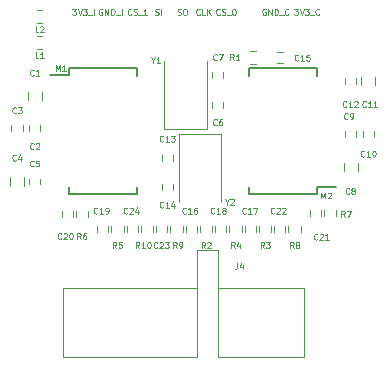
<source format=gto>
G04 #@! TF.GenerationSoftware,KiCad,Pcbnew,(5.1.5)-3*
G04 #@! TF.CreationDate,2020-03-16T23:26:29+11:00*
G04 #@! TF.ProjectId,din_meter_atm90e26,64696e5f-6d65-4746-9572-5f61746d3930,rev?*
G04 #@! TF.SameCoordinates,Original*
G04 #@! TF.FileFunction,Legend,Top*
G04 #@! TF.FilePolarity,Positive*
%FSLAX46Y46*%
G04 Gerber Fmt 4.6, Leading zero omitted, Abs format (unit mm)*
G04 Created by KiCad (PCBNEW (5.1.5)-3) date 2020-03-16 23:26:29*
%MOMM*%
%LPD*%
G04 APERTURE LIST*
%ADD10C,0.100000*%
%ADD11C,0.150000*%
%ADD12C,0.120000*%
%ADD13C,0.125000*%
G04 APERTURE END LIST*
D10*
X135596428Y-59289190D02*
X135905952Y-59289190D01*
X135739285Y-59479666D01*
X135810714Y-59479666D01*
X135858333Y-59503476D01*
X135882142Y-59527285D01*
X135905952Y-59574904D01*
X135905952Y-59693952D01*
X135882142Y-59741571D01*
X135858333Y-59765380D01*
X135810714Y-59789190D01*
X135667857Y-59789190D01*
X135620238Y-59765380D01*
X135596428Y-59741571D01*
X136048809Y-59289190D02*
X136215476Y-59789190D01*
X136382142Y-59289190D01*
X136501190Y-59289190D02*
X136810714Y-59289190D01*
X136644047Y-59479666D01*
X136715476Y-59479666D01*
X136763095Y-59503476D01*
X136786904Y-59527285D01*
X136810714Y-59574904D01*
X136810714Y-59693952D01*
X136786904Y-59741571D01*
X136763095Y-59765380D01*
X136715476Y-59789190D01*
X136572619Y-59789190D01*
X136525000Y-59765380D01*
X136501190Y-59741571D01*
X136905952Y-59836809D02*
X137286904Y-59836809D01*
X137405952Y-59789190D02*
X137405952Y-59289190D01*
X138120523Y-59313000D02*
X138072904Y-59289190D01*
X138001476Y-59289190D01*
X137930047Y-59313000D01*
X137882428Y-59360619D01*
X137858619Y-59408238D01*
X137834809Y-59503476D01*
X137834809Y-59574904D01*
X137858619Y-59670142D01*
X137882428Y-59717761D01*
X137930047Y-59765380D01*
X138001476Y-59789190D01*
X138049095Y-59789190D01*
X138120523Y-59765380D01*
X138144333Y-59741571D01*
X138144333Y-59574904D01*
X138049095Y-59574904D01*
X138358619Y-59789190D02*
X138358619Y-59289190D01*
X138644333Y-59789190D01*
X138644333Y-59289190D01*
X138882428Y-59789190D02*
X138882428Y-59289190D01*
X139001476Y-59289190D01*
X139072904Y-59313000D01*
X139120523Y-59360619D01*
X139144333Y-59408238D01*
X139168142Y-59503476D01*
X139168142Y-59574904D01*
X139144333Y-59670142D01*
X139120523Y-59717761D01*
X139072904Y-59765380D01*
X139001476Y-59789190D01*
X138882428Y-59789190D01*
X139263380Y-59836809D02*
X139644333Y-59836809D01*
X139763380Y-59789190D02*
X139763380Y-59289190D01*
X140585095Y-59741571D02*
X140561285Y-59765380D01*
X140489857Y-59789190D01*
X140442238Y-59789190D01*
X140370809Y-59765380D01*
X140323190Y-59717761D01*
X140299380Y-59670142D01*
X140275571Y-59574904D01*
X140275571Y-59503476D01*
X140299380Y-59408238D01*
X140323190Y-59360619D01*
X140370809Y-59313000D01*
X140442238Y-59289190D01*
X140489857Y-59289190D01*
X140561285Y-59313000D01*
X140585095Y-59336809D01*
X140775571Y-59765380D02*
X140847000Y-59789190D01*
X140966047Y-59789190D01*
X141013666Y-59765380D01*
X141037476Y-59741571D01*
X141061285Y-59693952D01*
X141061285Y-59646333D01*
X141037476Y-59598714D01*
X141013666Y-59574904D01*
X140966047Y-59551095D01*
X140870809Y-59527285D01*
X140823190Y-59503476D01*
X140799380Y-59479666D01*
X140775571Y-59432047D01*
X140775571Y-59384428D01*
X140799380Y-59336809D01*
X140823190Y-59313000D01*
X140870809Y-59289190D01*
X140989857Y-59289190D01*
X141061285Y-59313000D01*
X141156523Y-59836809D02*
X141537476Y-59836809D01*
X141918428Y-59789190D02*
X141632714Y-59789190D01*
X141775571Y-59789190D02*
X141775571Y-59289190D01*
X141727952Y-59360619D01*
X141680333Y-59408238D01*
X141632714Y-59432047D01*
X142613095Y-59765380D02*
X142684523Y-59789190D01*
X142803571Y-59789190D01*
X142851190Y-59765380D01*
X142875000Y-59741571D01*
X142898809Y-59693952D01*
X142898809Y-59646333D01*
X142875000Y-59598714D01*
X142851190Y-59574904D01*
X142803571Y-59551095D01*
X142708333Y-59527285D01*
X142660714Y-59503476D01*
X142636904Y-59479666D01*
X142613095Y-59432047D01*
X142613095Y-59384428D01*
X142636904Y-59336809D01*
X142660714Y-59313000D01*
X142708333Y-59289190D01*
X142827380Y-59289190D01*
X142898809Y-59313000D01*
X143113095Y-59789190D02*
X143113095Y-59289190D01*
X144502238Y-59765380D02*
X144573666Y-59789190D01*
X144692714Y-59789190D01*
X144740333Y-59765380D01*
X144764142Y-59741571D01*
X144787952Y-59693952D01*
X144787952Y-59646333D01*
X144764142Y-59598714D01*
X144740333Y-59574904D01*
X144692714Y-59551095D01*
X144597476Y-59527285D01*
X144549857Y-59503476D01*
X144526047Y-59479666D01*
X144502238Y-59432047D01*
X144502238Y-59384428D01*
X144526047Y-59336809D01*
X144549857Y-59313000D01*
X144597476Y-59289190D01*
X144716523Y-59289190D01*
X144787952Y-59313000D01*
X145097476Y-59289190D02*
X145192714Y-59289190D01*
X145240333Y-59313000D01*
X145287952Y-59360619D01*
X145311761Y-59455857D01*
X145311761Y-59622523D01*
X145287952Y-59717761D01*
X145240333Y-59765380D01*
X145192714Y-59789190D01*
X145097476Y-59789190D01*
X145049857Y-59765380D01*
X145002238Y-59717761D01*
X144978428Y-59622523D01*
X144978428Y-59455857D01*
X145002238Y-59360619D01*
X145049857Y-59313000D01*
X145097476Y-59289190D01*
X146387380Y-59741571D02*
X146363571Y-59765380D01*
X146292142Y-59789190D01*
X146244523Y-59789190D01*
X146173095Y-59765380D01*
X146125476Y-59717761D01*
X146101666Y-59670142D01*
X146077857Y-59574904D01*
X146077857Y-59503476D01*
X146101666Y-59408238D01*
X146125476Y-59360619D01*
X146173095Y-59313000D01*
X146244523Y-59289190D01*
X146292142Y-59289190D01*
X146363571Y-59313000D01*
X146387380Y-59336809D01*
X146839761Y-59789190D02*
X146601666Y-59789190D01*
X146601666Y-59289190D01*
X147006428Y-59789190D02*
X147006428Y-59289190D01*
X147292142Y-59789190D02*
X147077857Y-59503476D01*
X147292142Y-59289190D02*
X147006428Y-59574904D01*
X148078095Y-59741571D02*
X148054285Y-59765380D01*
X147982857Y-59789190D01*
X147935238Y-59789190D01*
X147863809Y-59765380D01*
X147816190Y-59717761D01*
X147792380Y-59670142D01*
X147768571Y-59574904D01*
X147768571Y-59503476D01*
X147792380Y-59408238D01*
X147816190Y-59360619D01*
X147863809Y-59313000D01*
X147935238Y-59289190D01*
X147982857Y-59289190D01*
X148054285Y-59313000D01*
X148078095Y-59336809D01*
X148268571Y-59765380D02*
X148340000Y-59789190D01*
X148459047Y-59789190D01*
X148506666Y-59765380D01*
X148530476Y-59741571D01*
X148554285Y-59693952D01*
X148554285Y-59646333D01*
X148530476Y-59598714D01*
X148506666Y-59574904D01*
X148459047Y-59551095D01*
X148363809Y-59527285D01*
X148316190Y-59503476D01*
X148292380Y-59479666D01*
X148268571Y-59432047D01*
X148268571Y-59384428D01*
X148292380Y-59336809D01*
X148316190Y-59313000D01*
X148363809Y-59289190D01*
X148482857Y-59289190D01*
X148554285Y-59313000D01*
X148649523Y-59836809D02*
X149030476Y-59836809D01*
X149244761Y-59289190D02*
X149292380Y-59289190D01*
X149340000Y-59313000D01*
X149363809Y-59336809D01*
X149387619Y-59384428D01*
X149411428Y-59479666D01*
X149411428Y-59598714D01*
X149387619Y-59693952D01*
X149363809Y-59741571D01*
X149340000Y-59765380D01*
X149292380Y-59789190D01*
X149244761Y-59789190D01*
X149197142Y-59765380D01*
X149173333Y-59741571D01*
X149149523Y-59693952D01*
X149125714Y-59598714D01*
X149125714Y-59479666D01*
X149149523Y-59384428D01*
X149173333Y-59336809D01*
X149197142Y-59313000D01*
X149244761Y-59289190D01*
X151959571Y-59313000D02*
X151911952Y-59289190D01*
X151840523Y-59289190D01*
X151769095Y-59313000D01*
X151721476Y-59360619D01*
X151697666Y-59408238D01*
X151673857Y-59503476D01*
X151673857Y-59574904D01*
X151697666Y-59670142D01*
X151721476Y-59717761D01*
X151769095Y-59765380D01*
X151840523Y-59789190D01*
X151888142Y-59789190D01*
X151959571Y-59765380D01*
X151983380Y-59741571D01*
X151983380Y-59574904D01*
X151888142Y-59574904D01*
X152197666Y-59789190D02*
X152197666Y-59289190D01*
X152483380Y-59789190D01*
X152483380Y-59289190D01*
X152721476Y-59789190D02*
X152721476Y-59289190D01*
X152840523Y-59289190D01*
X152911952Y-59313000D01*
X152959571Y-59360619D01*
X152983380Y-59408238D01*
X153007190Y-59503476D01*
X153007190Y-59574904D01*
X152983380Y-59670142D01*
X152959571Y-59717761D01*
X152911952Y-59765380D01*
X152840523Y-59789190D01*
X152721476Y-59789190D01*
X153102428Y-59836809D02*
X153483380Y-59836809D01*
X153888142Y-59741571D02*
X153864333Y-59765380D01*
X153792904Y-59789190D01*
X153745285Y-59789190D01*
X153673857Y-59765380D01*
X153626238Y-59717761D01*
X153602428Y-59670142D01*
X153578619Y-59574904D01*
X153578619Y-59503476D01*
X153602428Y-59408238D01*
X153626238Y-59360619D01*
X153673857Y-59313000D01*
X153745285Y-59289190D01*
X153792904Y-59289190D01*
X153864333Y-59313000D01*
X153888142Y-59336809D01*
X154388476Y-59289190D02*
X154698000Y-59289190D01*
X154531333Y-59479666D01*
X154602761Y-59479666D01*
X154650380Y-59503476D01*
X154674190Y-59527285D01*
X154698000Y-59574904D01*
X154698000Y-59693952D01*
X154674190Y-59741571D01*
X154650380Y-59765380D01*
X154602761Y-59789190D01*
X154459904Y-59789190D01*
X154412285Y-59765380D01*
X154388476Y-59741571D01*
X154840857Y-59289190D02*
X155007523Y-59789190D01*
X155174190Y-59289190D01*
X155293238Y-59289190D02*
X155602761Y-59289190D01*
X155436095Y-59479666D01*
X155507523Y-59479666D01*
X155555142Y-59503476D01*
X155578952Y-59527285D01*
X155602761Y-59574904D01*
X155602761Y-59693952D01*
X155578952Y-59741571D01*
X155555142Y-59765380D01*
X155507523Y-59789190D01*
X155364666Y-59789190D01*
X155317047Y-59765380D01*
X155293238Y-59741571D01*
X155698000Y-59836809D02*
X156078952Y-59836809D01*
X156483714Y-59741571D02*
X156459904Y-59765380D01*
X156388476Y-59789190D01*
X156340857Y-59789190D01*
X156269428Y-59765380D01*
X156221809Y-59717761D01*
X156198000Y-59670142D01*
X156174190Y-59574904D01*
X156174190Y-59503476D01*
X156198000Y-59408238D01*
X156221809Y-59360619D01*
X156269428Y-59313000D01*
X156340857Y-59289190D01*
X156388476Y-59289190D01*
X156459904Y-59313000D01*
X156483714Y-59336809D01*
D11*
X156285000Y-74400000D02*
X157885000Y-74400000D01*
X156285000Y-64325000D02*
X150535000Y-64325000D01*
X156285000Y-74975000D02*
X150535000Y-74975000D01*
X156285000Y-64325000D02*
X156285000Y-64975000D01*
X150535000Y-64325000D02*
X150535000Y-64975000D01*
X150535000Y-74975000D02*
X150535000Y-74325000D01*
X156285000Y-74975000D02*
X156285000Y-74400000D01*
D12*
X143190000Y-71650000D02*
X143190000Y-72150000D01*
X144130000Y-72150000D02*
X144130000Y-71650000D01*
X132560000Y-60480000D02*
X133060000Y-60480000D01*
X133060000Y-59420000D02*
X132560000Y-59420000D01*
X132560000Y-62680000D02*
X133060000Y-62680000D01*
X133060000Y-61620000D02*
X132560000Y-61620000D01*
X153630000Y-78150000D02*
X153630000Y-77650000D01*
X152690000Y-77650000D02*
X152690000Y-78150000D01*
X155690000Y-76350000D02*
X155690000Y-76850000D01*
X156630000Y-76850000D02*
X156630000Y-76350000D01*
X140190000Y-77650000D02*
X140190000Y-78150000D01*
X141130000Y-78150000D02*
X141130000Y-77650000D01*
X143630000Y-78150000D02*
X143630000Y-77650000D01*
X142690000Y-77650000D02*
X142690000Y-78150000D01*
X154940000Y-78150000D02*
X154940000Y-77650000D01*
X153880000Y-77650000D02*
X153880000Y-78150000D01*
X143880000Y-77650000D02*
X143880000Y-78150000D01*
X144940000Y-78150000D02*
X144940000Y-77650000D01*
X157940000Y-76850000D02*
X157940000Y-76350000D01*
X156880000Y-76350000D02*
X156880000Y-76850000D01*
X141380000Y-77650000D02*
X141380000Y-78150000D01*
X142440000Y-78150000D02*
X142440000Y-77650000D01*
X143360000Y-63700000D02*
X143360000Y-69450000D01*
X143360000Y-69450000D02*
X146960000Y-69450000D01*
X146960000Y-69450000D02*
X146960000Y-63700000D01*
X144610000Y-69850000D02*
X144610000Y-75600000D01*
X148210000Y-69850000D02*
X144610000Y-69850000D01*
X148210000Y-75600000D02*
X148210000Y-69850000D01*
X150190000Y-77650000D02*
X150190000Y-78150000D01*
X151130000Y-78150000D02*
X151130000Y-77650000D01*
X148630000Y-78150000D02*
X148630000Y-77650000D01*
X147690000Y-77650000D02*
X147690000Y-78150000D01*
X137690000Y-77650000D02*
X137690000Y-78150000D01*
X138630000Y-78150000D02*
X138630000Y-77650000D01*
X135680000Y-76900000D02*
X135680000Y-76400000D01*
X134740000Y-76400000D02*
X134740000Y-76900000D01*
X151380000Y-77650000D02*
X151380000Y-78150000D01*
X152440000Y-78150000D02*
X152440000Y-77650000D01*
X148880000Y-77650000D02*
X148880000Y-78150000D01*
X149940000Y-78150000D02*
X149940000Y-77650000D01*
X139940000Y-78150000D02*
X139940000Y-77650000D01*
X138880000Y-77650000D02*
X138880000Y-78150000D01*
X135880000Y-76400000D02*
X135880000Y-76900000D01*
X136940000Y-76900000D02*
X136940000Y-76400000D01*
X152910000Y-63870000D02*
X153410000Y-63870000D01*
X153410000Y-62930000D02*
X152910000Y-62930000D01*
X146130000Y-78150000D02*
X146130000Y-77650000D01*
X145190000Y-77650000D02*
X145190000Y-78150000D01*
X150660000Y-63930000D02*
X151160000Y-63930000D01*
X151160000Y-62870000D02*
X150660000Y-62870000D01*
X146380000Y-77650000D02*
X146380000Y-78150000D01*
X147440000Y-78150000D02*
X147440000Y-77650000D01*
X158690000Y-69650000D02*
X158690000Y-70150000D01*
X159630000Y-70150000D02*
X159630000Y-69650000D01*
X160190000Y-69650000D02*
X160190000Y-70150000D01*
X161130000Y-70150000D02*
X161130000Y-69650000D01*
X159630000Y-65650000D02*
X159630000Y-65150000D01*
X158690000Y-65150000D02*
X158690000Y-65650000D01*
X143190000Y-74150000D02*
X143190000Y-74650000D01*
X144130000Y-74650000D02*
X144130000Y-74150000D01*
X159760000Y-72300000D02*
X159760000Y-73000000D01*
X158560000Y-73000000D02*
X158560000Y-72300000D01*
X160060000Y-65750000D02*
X160060000Y-65050000D01*
X161260000Y-65050000D02*
X161260000Y-65750000D01*
X147440000Y-64650000D02*
X147440000Y-65150000D01*
X148380000Y-65150000D02*
X148380000Y-64650000D01*
X147440000Y-67150000D02*
X147440000Y-67650000D01*
X148380000Y-67650000D02*
X148380000Y-67150000D01*
X131940000Y-73650000D02*
X131940000Y-74150000D01*
X132880000Y-74150000D02*
X132880000Y-73650000D01*
X131380000Y-69650000D02*
X131380000Y-69150000D01*
X130440000Y-69150000D02*
X130440000Y-69650000D01*
X132880000Y-69650000D02*
X132880000Y-69150000D01*
X131940000Y-69150000D02*
X131940000Y-69650000D01*
X130310000Y-74250000D02*
X130310000Y-73550000D01*
X131510000Y-73550000D02*
X131510000Y-74250000D01*
X131810000Y-67000000D02*
X131810000Y-66300000D01*
X133010000Y-66300000D02*
X133010000Y-67000000D01*
X155208000Y-82923000D02*
X155208000Y-88723000D01*
X147908000Y-82923000D02*
X147908000Y-88723000D01*
X147908000Y-88723000D02*
X155208000Y-88723000D01*
X155208000Y-82923000D02*
X147908000Y-82923000D01*
X134808000Y-88723000D02*
X134808000Y-82923000D01*
X146108000Y-88723000D02*
X134808000Y-88723000D01*
X146108000Y-82923000D02*
X146108000Y-88723000D01*
X134808000Y-82923000D02*
X146108000Y-82923000D01*
X147908000Y-79723000D02*
X147908000Y-82923000D01*
X146108000Y-79723000D02*
X147908000Y-79723000D01*
X146108000Y-82923000D02*
X146108000Y-79723000D01*
D11*
X135285000Y-64900000D02*
X133685000Y-64900000D01*
X135285000Y-74975000D02*
X141035000Y-74975000D01*
X135285000Y-64325000D02*
X141035000Y-64325000D01*
X135285000Y-74975000D02*
X135285000Y-74325000D01*
X141035000Y-74975000D02*
X141035000Y-74325000D01*
X141035000Y-64325000D02*
X141035000Y-64975000D01*
X135285000Y-64325000D02*
X135285000Y-64900000D01*
D13*
X156688238Y-75337190D02*
X156688238Y-74837190D01*
X156854904Y-75194333D01*
X157021571Y-74837190D01*
X157021571Y-75337190D01*
X157235857Y-74884809D02*
X157259666Y-74861000D01*
X157307285Y-74837190D01*
X157426333Y-74837190D01*
X157473952Y-74861000D01*
X157497761Y-74884809D01*
X157521571Y-74932428D01*
X157521571Y-74980047D01*
X157497761Y-75051476D01*
X157212047Y-75337190D01*
X157521571Y-75337190D01*
X143302571Y-70471571D02*
X143278761Y-70495380D01*
X143207333Y-70519190D01*
X143159714Y-70519190D01*
X143088285Y-70495380D01*
X143040666Y-70447761D01*
X143016857Y-70400142D01*
X142993047Y-70304904D01*
X142993047Y-70233476D01*
X143016857Y-70138238D01*
X143040666Y-70090619D01*
X143088285Y-70043000D01*
X143159714Y-70019190D01*
X143207333Y-70019190D01*
X143278761Y-70043000D01*
X143302571Y-70066809D01*
X143778761Y-70519190D02*
X143493047Y-70519190D01*
X143635904Y-70519190D02*
X143635904Y-70019190D01*
X143588285Y-70090619D01*
X143540666Y-70138238D01*
X143493047Y-70162047D01*
X143945428Y-70019190D02*
X144254952Y-70019190D01*
X144088285Y-70209666D01*
X144159714Y-70209666D01*
X144207333Y-70233476D01*
X144231142Y-70257285D01*
X144254952Y-70304904D01*
X144254952Y-70423952D01*
X144231142Y-70471571D01*
X144207333Y-70495380D01*
X144159714Y-70519190D01*
X144016857Y-70519190D01*
X143969238Y-70495380D01*
X143945428Y-70471571D01*
X132726666Y-61276190D02*
X132488571Y-61276190D01*
X132488571Y-60776190D01*
X132869523Y-60823809D02*
X132893333Y-60800000D01*
X132940952Y-60776190D01*
X133060000Y-60776190D01*
X133107619Y-60800000D01*
X133131428Y-60823809D01*
X133155238Y-60871428D01*
X133155238Y-60919047D01*
X133131428Y-60990476D01*
X132845714Y-61276190D01*
X133155238Y-61276190D01*
X132726666Y-63476190D02*
X132488571Y-63476190D01*
X132488571Y-62976190D01*
X133155238Y-63476190D02*
X132869523Y-63476190D01*
X133012380Y-63476190D02*
X133012380Y-62976190D01*
X132964761Y-63047619D01*
X132917142Y-63095238D01*
X132869523Y-63119047D01*
X152700571Y-76567571D02*
X152676761Y-76591380D01*
X152605333Y-76615190D01*
X152557714Y-76615190D01*
X152486285Y-76591380D01*
X152438666Y-76543761D01*
X152414857Y-76496142D01*
X152391047Y-76400904D01*
X152391047Y-76329476D01*
X152414857Y-76234238D01*
X152438666Y-76186619D01*
X152486285Y-76139000D01*
X152557714Y-76115190D01*
X152605333Y-76115190D01*
X152676761Y-76139000D01*
X152700571Y-76162809D01*
X152891047Y-76162809D02*
X152914857Y-76139000D01*
X152962476Y-76115190D01*
X153081523Y-76115190D01*
X153129142Y-76139000D01*
X153152952Y-76162809D01*
X153176761Y-76210428D01*
X153176761Y-76258047D01*
X153152952Y-76329476D01*
X152867238Y-76615190D01*
X153176761Y-76615190D01*
X153367238Y-76162809D02*
X153391047Y-76139000D01*
X153438666Y-76115190D01*
X153557714Y-76115190D01*
X153605333Y-76139000D01*
X153629142Y-76162809D01*
X153652952Y-76210428D01*
X153652952Y-76258047D01*
X153629142Y-76329476D01*
X153343428Y-76615190D01*
X153652952Y-76615190D01*
X156338571Y-78778571D02*
X156314761Y-78802380D01*
X156243333Y-78826190D01*
X156195714Y-78826190D01*
X156124285Y-78802380D01*
X156076666Y-78754761D01*
X156052857Y-78707142D01*
X156029047Y-78611904D01*
X156029047Y-78540476D01*
X156052857Y-78445238D01*
X156076666Y-78397619D01*
X156124285Y-78350000D01*
X156195714Y-78326190D01*
X156243333Y-78326190D01*
X156314761Y-78350000D01*
X156338571Y-78373809D01*
X156529047Y-78373809D02*
X156552857Y-78350000D01*
X156600476Y-78326190D01*
X156719523Y-78326190D01*
X156767142Y-78350000D01*
X156790952Y-78373809D01*
X156814761Y-78421428D01*
X156814761Y-78469047D01*
X156790952Y-78540476D01*
X156505238Y-78826190D01*
X156814761Y-78826190D01*
X157290952Y-78826190D02*
X157005238Y-78826190D01*
X157148095Y-78826190D02*
X157148095Y-78326190D01*
X157100476Y-78397619D01*
X157052857Y-78445238D01*
X157005238Y-78469047D01*
X140254571Y-76567571D02*
X140230761Y-76591380D01*
X140159333Y-76615190D01*
X140111714Y-76615190D01*
X140040285Y-76591380D01*
X139992666Y-76543761D01*
X139968857Y-76496142D01*
X139945047Y-76400904D01*
X139945047Y-76329476D01*
X139968857Y-76234238D01*
X139992666Y-76186619D01*
X140040285Y-76139000D01*
X140111714Y-76115190D01*
X140159333Y-76115190D01*
X140230761Y-76139000D01*
X140254571Y-76162809D01*
X140445047Y-76162809D02*
X140468857Y-76139000D01*
X140516476Y-76115190D01*
X140635523Y-76115190D01*
X140683142Y-76139000D01*
X140706952Y-76162809D01*
X140730761Y-76210428D01*
X140730761Y-76258047D01*
X140706952Y-76329476D01*
X140421238Y-76615190D01*
X140730761Y-76615190D01*
X141159333Y-76281857D02*
X141159333Y-76615190D01*
X141040285Y-76091380D02*
X140921238Y-76448523D01*
X141230761Y-76448523D01*
X142794571Y-79488571D02*
X142770761Y-79512380D01*
X142699333Y-79536190D01*
X142651714Y-79536190D01*
X142580285Y-79512380D01*
X142532666Y-79464761D01*
X142508857Y-79417142D01*
X142485047Y-79321904D01*
X142485047Y-79250476D01*
X142508857Y-79155238D01*
X142532666Y-79107619D01*
X142580285Y-79060000D01*
X142651714Y-79036190D01*
X142699333Y-79036190D01*
X142770761Y-79060000D01*
X142794571Y-79083809D01*
X142985047Y-79083809D02*
X143008857Y-79060000D01*
X143056476Y-79036190D01*
X143175523Y-79036190D01*
X143223142Y-79060000D01*
X143246952Y-79083809D01*
X143270761Y-79131428D01*
X143270761Y-79179047D01*
X143246952Y-79250476D01*
X142961238Y-79536190D01*
X143270761Y-79536190D01*
X143437428Y-79036190D02*
X143746952Y-79036190D01*
X143580285Y-79226666D01*
X143651714Y-79226666D01*
X143699333Y-79250476D01*
X143723142Y-79274285D01*
X143746952Y-79321904D01*
X143746952Y-79440952D01*
X143723142Y-79488571D01*
X143699333Y-79512380D01*
X143651714Y-79536190D01*
X143508857Y-79536190D01*
X143461238Y-79512380D01*
X143437428Y-79488571D01*
X154326666Y-79536190D02*
X154160000Y-79298095D01*
X154040952Y-79536190D02*
X154040952Y-79036190D01*
X154231428Y-79036190D01*
X154279047Y-79060000D01*
X154302857Y-79083809D01*
X154326666Y-79131428D01*
X154326666Y-79202857D01*
X154302857Y-79250476D01*
X154279047Y-79274285D01*
X154231428Y-79298095D01*
X154040952Y-79298095D01*
X154612380Y-79250476D02*
X154564761Y-79226666D01*
X154540952Y-79202857D01*
X154517142Y-79155238D01*
X154517142Y-79131428D01*
X154540952Y-79083809D01*
X154564761Y-79060000D01*
X154612380Y-79036190D01*
X154707619Y-79036190D01*
X154755238Y-79060000D01*
X154779047Y-79083809D01*
X154802857Y-79131428D01*
X154802857Y-79155238D01*
X154779047Y-79202857D01*
X154755238Y-79226666D01*
X154707619Y-79250476D01*
X154612380Y-79250476D01*
X154564761Y-79274285D01*
X154540952Y-79298095D01*
X154517142Y-79345714D01*
X154517142Y-79440952D01*
X154540952Y-79488571D01*
X154564761Y-79512380D01*
X154612380Y-79536190D01*
X154707619Y-79536190D01*
X154755238Y-79512380D01*
X154779047Y-79488571D01*
X154802857Y-79440952D01*
X154802857Y-79345714D01*
X154779047Y-79298095D01*
X154755238Y-79274285D01*
X154707619Y-79250476D01*
X144429666Y-79536190D02*
X144263000Y-79298095D01*
X144143952Y-79536190D02*
X144143952Y-79036190D01*
X144334428Y-79036190D01*
X144382047Y-79060000D01*
X144405857Y-79083809D01*
X144429666Y-79131428D01*
X144429666Y-79202857D01*
X144405857Y-79250476D01*
X144382047Y-79274285D01*
X144334428Y-79298095D01*
X144143952Y-79298095D01*
X144667761Y-79536190D02*
X144763000Y-79536190D01*
X144810619Y-79512380D01*
X144834428Y-79488571D01*
X144882047Y-79417142D01*
X144905857Y-79321904D01*
X144905857Y-79131428D01*
X144882047Y-79083809D01*
X144858238Y-79060000D01*
X144810619Y-79036190D01*
X144715380Y-79036190D01*
X144667761Y-79060000D01*
X144643952Y-79083809D01*
X144620142Y-79131428D01*
X144620142Y-79250476D01*
X144643952Y-79298095D01*
X144667761Y-79321904D01*
X144715380Y-79345714D01*
X144810619Y-79345714D01*
X144858238Y-79321904D01*
X144882047Y-79298095D01*
X144905857Y-79250476D01*
X158653666Y-76869190D02*
X158487000Y-76631095D01*
X158367952Y-76869190D02*
X158367952Y-76369190D01*
X158558428Y-76369190D01*
X158606047Y-76393000D01*
X158629857Y-76416809D01*
X158653666Y-76464428D01*
X158653666Y-76535857D01*
X158629857Y-76583476D01*
X158606047Y-76607285D01*
X158558428Y-76631095D01*
X158367952Y-76631095D01*
X158820333Y-76369190D02*
X159153666Y-76369190D01*
X158939380Y-76869190D01*
X141270571Y-79536190D02*
X141103904Y-79298095D01*
X140984857Y-79536190D02*
X140984857Y-79036190D01*
X141175333Y-79036190D01*
X141222952Y-79060000D01*
X141246761Y-79083809D01*
X141270571Y-79131428D01*
X141270571Y-79202857D01*
X141246761Y-79250476D01*
X141222952Y-79274285D01*
X141175333Y-79298095D01*
X140984857Y-79298095D01*
X141746761Y-79536190D02*
X141461047Y-79536190D01*
X141603904Y-79536190D02*
X141603904Y-79036190D01*
X141556285Y-79107619D01*
X141508666Y-79155238D01*
X141461047Y-79179047D01*
X142056285Y-79036190D02*
X142103904Y-79036190D01*
X142151523Y-79060000D01*
X142175333Y-79083809D01*
X142199142Y-79131428D01*
X142222952Y-79226666D01*
X142222952Y-79345714D01*
X142199142Y-79440952D01*
X142175333Y-79488571D01*
X142151523Y-79512380D01*
X142103904Y-79536190D01*
X142056285Y-79536190D01*
X142008666Y-79512380D01*
X141984857Y-79488571D01*
X141961047Y-79440952D01*
X141937238Y-79345714D01*
X141937238Y-79226666D01*
X141961047Y-79131428D01*
X141984857Y-79083809D01*
X142008666Y-79060000D01*
X142056285Y-79036190D01*
X142421904Y-63638095D02*
X142421904Y-63876190D01*
X142255238Y-63376190D02*
X142421904Y-63638095D01*
X142588571Y-63376190D01*
X143017142Y-63876190D02*
X142731428Y-63876190D01*
X142874285Y-63876190D02*
X142874285Y-63376190D01*
X142826666Y-63447619D01*
X142779047Y-63495238D01*
X142731428Y-63519047D01*
X148671904Y-75638095D02*
X148671904Y-75876190D01*
X148505238Y-75376190D02*
X148671904Y-75638095D01*
X148838571Y-75376190D01*
X148981428Y-75423809D02*
X149005238Y-75400000D01*
X149052857Y-75376190D01*
X149171904Y-75376190D01*
X149219523Y-75400000D01*
X149243333Y-75423809D01*
X149267142Y-75471428D01*
X149267142Y-75519047D01*
X149243333Y-75590476D01*
X148957619Y-75876190D01*
X149267142Y-75876190D01*
X150287571Y-76567571D02*
X150263761Y-76591380D01*
X150192333Y-76615190D01*
X150144714Y-76615190D01*
X150073285Y-76591380D01*
X150025666Y-76543761D01*
X150001857Y-76496142D01*
X149978047Y-76400904D01*
X149978047Y-76329476D01*
X150001857Y-76234238D01*
X150025666Y-76186619D01*
X150073285Y-76139000D01*
X150144714Y-76115190D01*
X150192333Y-76115190D01*
X150263761Y-76139000D01*
X150287571Y-76162809D01*
X150763761Y-76615190D02*
X150478047Y-76615190D01*
X150620904Y-76615190D02*
X150620904Y-76115190D01*
X150573285Y-76186619D01*
X150525666Y-76234238D01*
X150478047Y-76258047D01*
X150930428Y-76115190D02*
X151263761Y-76115190D01*
X151049476Y-76615190D01*
X147620571Y-76567571D02*
X147596761Y-76591380D01*
X147525333Y-76615190D01*
X147477714Y-76615190D01*
X147406285Y-76591380D01*
X147358666Y-76543761D01*
X147334857Y-76496142D01*
X147311047Y-76400904D01*
X147311047Y-76329476D01*
X147334857Y-76234238D01*
X147358666Y-76186619D01*
X147406285Y-76139000D01*
X147477714Y-76115190D01*
X147525333Y-76115190D01*
X147596761Y-76139000D01*
X147620571Y-76162809D01*
X148096761Y-76615190D02*
X147811047Y-76615190D01*
X147953904Y-76615190D02*
X147953904Y-76115190D01*
X147906285Y-76186619D01*
X147858666Y-76234238D01*
X147811047Y-76258047D01*
X148382476Y-76329476D02*
X148334857Y-76305666D01*
X148311047Y-76281857D01*
X148287238Y-76234238D01*
X148287238Y-76210428D01*
X148311047Y-76162809D01*
X148334857Y-76139000D01*
X148382476Y-76115190D01*
X148477714Y-76115190D01*
X148525333Y-76139000D01*
X148549142Y-76162809D01*
X148572952Y-76210428D01*
X148572952Y-76234238D01*
X148549142Y-76281857D01*
X148525333Y-76305666D01*
X148477714Y-76329476D01*
X148382476Y-76329476D01*
X148334857Y-76353285D01*
X148311047Y-76377095D01*
X148287238Y-76424714D01*
X148287238Y-76519952D01*
X148311047Y-76567571D01*
X148334857Y-76591380D01*
X148382476Y-76615190D01*
X148477714Y-76615190D01*
X148525333Y-76591380D01*
X148549142Y-76567571D01*
X148572952Y-76519952D01*
X148572952Y-76424714D01*
X148549142Y-76377095D01*
X148525333Y-76353285D01*
X148477714Y-76329476D01*
X137714571Y-76567571D02*
X137690761Y-76591380D01*
X137619333Y-76615190D01*
X137571714Y-76615190D01*
X137500285Y-76591380D01*
X137452666Y-76543761D01*
X137428857Y-76496142D01*
X137405047Y-76400904D01*
X137405047Y-76329476D01*
X137428857Y-76234238D01*
X137452666Y-76186619D01*
X137500285Y-76139000D01*
X137571714Y-76115190D01*
X137619333Y-76115190D01*
X137690761Y-76139000D01*
X137714571Y-76162809D01*
X138190761Y-76615190D02*
X137905047Y-76615190D01*
X138047904Y-76615190D02*
X138047904Y-76115190D01*
X138000285Y-76186619D01*
X137952666Y-76234238D01*
X137905047Y-76258047D01*
X138428857Y-76615190D02*
X138524095Y-76615190D01*
X138571714Y-76591380D01*
X138595523Y-76567571D01*
X138643142Y-76496142D01*
X138666952Y-76400904D01*
X138666952Y-76210428D01*
X138643142Y-76162809D01*
X138619333Y-76139000D01*
X138571714Y-76115190D01*
X138476476Y-76115190D01*
X138428857Y-76139000D01*
X138405047Y-76162809D01*
X138381238Y-76210428D01*
X138381238Y-76329476D01*
X138405047Y-76377095D01*
X138428857Y-76400904D01*
X138476476Y-76424714D01*
X138571714Y-76424714D01*
X138619333Y-76400904D01*
X138643142Y-76377095D01*
X138666952Y-76329476D01*
X134666571Y-78726571D02*
X134642761Y-78750380D01*
X134571333Y-78774190D01*
X134523714Y-78774190D01*
X134452285Y-78750380D01*
X134404666Y-78702761D01*
X134380857Y-78655142D01*
X134357047Y-78559904D01*
X134357047Y-78488476D01*
X134380857Y-78393238D01*
X134404666Y-78345619D01*
X134452285Y-78298000D01*
X134523714Y-78274190D01*
X134571333Y-78274190D01*
X134642761Y-78298000D01*
X134666571Y-78321809D01*
X134857047Y-78321809D02*
X134880857Y-78298000D01*
X134928476Y-78274190D01*
X135047523Y-78274190D01*
X135095142Y-78298000D01*
X135118952Y-78321809D01*
X135142761Y-78369428D01*
X135142761Y-78417047D01*
X135118952Y-78488476D01*
X134833238Y-78774190D01*
X135142761Y-78774190D01*
X135452285Y-78274190D02*
X135499904Y-78274190D01*
X135547523Y-78298000D01*
X135571333Y-78321809D01*
X135595142Y-78369428D01*
X135618952Y-78464666D01*
X135618952Y-78583714D01*
X135595142Y-78678952D01*
X135571333Y-78726571D01*
X135547523Y-78750380D01*
X135499904Y-78774190D01*
X135452285Y-78774190D01*
X135404666Y-78750380D01*
X135380857Y-78726571D01*
X135357047Y-78678952D01*
X135333238Y-78583714D01*
X135333238Y-78464666D01*
X135357047Y-78369428D01*
X135380857Y-78321809D01*
X135404666Y-78298000D01*
X135452285Y-78274190D01*
X151826666Y-79536190D02*
X151660000Y-79298095D01*
X151540952Y-79536190D02*
X151540952Y-79036190D01*
X151731428Y-79036190D01*
X151779047Y-79060000D01*
X151802857Y-79083809D01*
X151826666Y-79131428D01*
X151826666Y-79202857D01*
X151802857Y-79250476D01*
X151779047Y-79274285D01*
X151731428Y-79298095D01*
X151540952Y-79298095D01*
X151993333Y-79036190D02*
X152302857Y-79036190D01*
X152136190Y-79226666D01*
X152207619Y-79226666D01*
X152255238Y-79250476D01*
X152279047Y-79274285D01*
X152302857Y-79321904D01*
X152302857Y-79440952D01*
X152279047Y-79488571D01*
X152255238Y-79512380D01*
X152207619Y-79536190D01*
X152064761Y-79536190D01*
X152017142Y-79512380D01*
X151993333Y-79488571D01*
X149326666Y-79536190D02*
X149160000Y-79298095D01*
X149040952Y-79536190D02*
X149040952Y-79036190D01*
X149231428Y-79036190D01*
X149279047Y-79060000D01*
X149302857Y-79083809D01*
X149326666Y-79131428D01*
X149326666Y-79202857D01*
X149302857Y-79250476D01*
X149279047Y-79274285D01*
X149231428Y-79298095D01*
X149040952Y-79298095D01*
X149755238Y-79202857D02*
X149755238Y-79536190D01*
X149636190Y-79012380D02*
X149517142Y-79369523D01*
X149826666Y-79369523D01*
X139326666Y-79536190D02*
X139160000Y-79298095D01*
X139040952Y-79536190D02*
X139040952Y-79036190D01*
X139231428Y-79036190D01*
X139279047Y-79060000D01*
X139302857Y-79083809D01*
X139326666Y-79131428D01*
X139326666Y-79202857D01*
X139302857Y-79250476D01*
X139279047Y-79274285D01*
X139231428Y-79298095D01*
X139040952Y-79298095D01*
X139779047Y-79036190D02*
X139540952Y-79036190D01*
X139517142Y-79274285D01*
X139540952Y-79250476D01*
X139588571Y-79226666D01*
X139707619Y-79226666D01*
X139755238Y-79250476D01*
X139779047Y-79274285D01*
X139802857Y-79321904D01*
X139802857Y-79440952D01*
X139779047Y-79488571D01*
X139755238Y-79512380D01*
X139707619Y-79536190D01*
X139588571Y-79536190D01*
X139540952Y-79512380D01*
X139517142Y-79488571D01*
X136301666Y-78774190D02*
X136135000Y-78536095D01*
X136015952Y-78774190D02*
X136015952Y-78274190D01*
X136206428Y-78274190D01*
X136254047Y-78298000D01*
X136277857Y-78321809D01*
X136301666Y-78369428D01*
X136301666Y-78440857D01*
X136277857Y-78488476D01*
X136254047Y-78512285D01*
X136206428Y-78536095D01*
X136015952Y-78536095D01*
X136730238Y-78274190D02*
X136635000Y-78274190D01*
X136587380Y-78298000D01*
X136563571Y-78321809D01*
X136515952Y-78393238D01*
X136492142Y-78488476D01*
X136492142Y-78678952D01*
X136515952Y-78726571D01*
X136539761Y-78750380D01*
X136587380Y-78774190D01*
X136682619Y-78774190D01*
X136730238Y-78750380D01*
X136754047Y-78726571D01*
X136777857Y-78678952D01*
X136777857Y-78559904D01*
X136754047Y-78512285D01*
X136730238Y-78488476D01*
X136682619Y-78464666D01*
X136587380Y-78464666D01*
X136539761Y-78488476D01*
X136515952Y-78512285D01*
X136492142Y-78559904D01*
X154732571Y-63613571D02*
X154708761Y-63637380D01*
X154637333Y-63661190D01*
X154589714Y-63661190D01*
X154518285Y-63637380D01*
X154470666Y-63589761D01*
X154446857Y-63542142D01*
X154423047Y-63446904D01*
X154423047Y-63375476D01*
X154446857Y-63280238D01*
X154470666Y-63232619D01*
X154518285Y-63185000D01*
X154589714Y-63161190D01*
X154637333Y-63161190D01*
X154708761Y-63185000D01*
X154732571Y-63208809D01*
X155208761Y-63661190D02*
X154923047Y-63661190D01*
X155065904Y-63661190D02*
X155065904Y-63161190D01*
X155018285Y-63232619D01*
X154970666Y-63280238D01*
X154923047Y-63304047D01*
X155661142Y-63161190D02*
X155423047Y-63161190D01*
X155399238Y-63399285D01*
X155423047Y-63375476D01*
X155470666Y-63351666D01*
X155589714Y-63351666D01*
X155637333Y-63375476D01*
X155661142Y-63399285D01*
X155684952Y-63446904D01*
X155684952Y-63565952D01*
X155661142Y-63613571D01*
X155637333Y-63637380D01*
X155589714Y-63661190D01*
X155470666Y-63661190D01*
X155423047Y-63637380D01*
X155399238Y-63613571D01*
X145207571Y-76567571D02*
X145183761Y-76591380D01*
X145112333Y-76615190D01*
X145064714Y-76615190D01*
X144993285Y-76591380D01*
X144945666Y-76543761D01*
X144921857Y-76496142D01*
X144898047Y-76400904D01*
X144898047Y-76329476D01*
X144921857Y-76234238D01*
X144945666Y-76186619D01*
X144993285Y-76139000D01*
X145064714Y-76115190D01*
X145112333Y-76115190D01*
X145183761Y-76139000D01*
X145207571Y-76162809D01*
X145683761Y-76615190D02*
X145398047Y-76615190D01*
X145540904Y-76615190D02*
X145540904Y-76115190D01*
X145493285Y-76186619D01*
X145445666Y-76234238D01*
X145398047Y-76258047D01*
X146112333Y-76115190D02*
X146017095Y-76115190D01*
X145969476Y-76139000D01*
X145945666Y-76162809D01*
X145898047Y-76234238D01*
X145874238Y-76329476D01*
X145874238Y-76519952D01*
X145898047Y-76567571D01*
X145921857Y-76591380D01*
X145969476Y-76615190D01*
X146064714Y-76615190D01*
X146112333Y-76591380D01*
X146136142Y-76567571D01*
X146159952Y-76519952D01*
X146159952Y-76400904D01*
X146136142Y-76353285D01*
X146112333Y-76329476D01*
X146064714Y-76305666D01*
X145969476Y-76305666D01*
X145921857Y-76329476D01*
X145898047Y-76353285D01*
X145874238Y-76400904D01*
X149255666Y-63626190D02*
X149089000Y-63388095D01*
X148969952Y-63626190D02*
X148969952Y-63126190D01*
X149160428Y-63126190D01*
X149208047Y-63150000D01*
X149231857Y-63173809D01*
X149255666Y-63221428D01*
X149255666Y-63292857D01*
X149231857Y-63340476D01*
X149208047Y-63364285D01*
X149160428Y-63388095D01*
X148969952Y-63388095D01*
X149731857Y-63626190D02*
X149446142Y-63626190D01*
X149589000Y-63626190D02*
X149589000Y-63126190D01*
X149541380Y-63197619D01*
X149493761Y-63245238D01*
X149446142Y-63269047D01*
X146826666Y-79536190D02*
X146660000Y-79298095D01*
X146540952Y-79536190D02*
X146540952Y-79036190D01*
X146731428Y-79036190D01*
X146779047Y-79060000D01*
X146802857Y-79083809D01*
X146826666Y-79131428D01*
X146826666Y-79202857D01*
X146802857Y-79250476D01*
X146779047Y-79274285D01*
X146731428Y-79298095D01*
X146540952Y-79298095D01*
X147017142Y-79083809D02*
X147040952Y-79060000D01*
X147088571Y-79036190D01*
X147207619Y-79036190D01*
X147255238Y-79060000D01*
X147279047Y-79083809D01*
X147302857Y-79131428D01*
X147302857Y-79179047D01*
X147279047Y-79250476D01*
X146993333Y-79536190D01*
X147302857Y-79536190D01*
X158907666Y-68566571D02*
X158883857Y-68590380D01*
X158812428Y-68614190D01*
X158764809Y-68614190D01*
X158693380Y-68590380D01*
X158645761Y-68542761D01*
X158621952Y-68495142D01*
X158598142Y-68399904D01*
X158598142Y-68328476D01*
X158621952Y-68233238D01*
X158645761Y-68185619D01*
X158693380Y-68138000D01*
X158764809Y-68114190D01*
X158812428Y-68114190D01*
X158883857Y-68138000D01*
X158907666Y-68161809D01*
X159145761Y-68614190D02*
X159241000Y-68614190D01*
X159288619Y-68590380D01*
X159312428Y-68566571D01*
X159360047Y-68495142D01*
X159383857Y-68399904D01*
X159383857Y-68209428D01*
X159360047Y-68161809D01*
X159336238Y-68138000D01*
X159288619Y-68114190D01*
X159193380Y-68114190D01*
X159145761Y-68138000D01*
X159121952Y-68161809D01*
X159098142Y-68209428D01*
X159098142Y-68328476D01*
X159121952Y-68376095D01*
X159145761Y-68399904D01*
X159193380Y-68423714D01*
X159288619Y-68423714D01*
X159336238Y-68399904D01*
X159360047Y-68376095D01*
X159383857Y-68328476D01*
X160320571Y-71741571D02*
X160296761Y-71765380D01*
X160225333Y-71789190D01*
X160177714Y-71789190D01*
X160106285Y-71765380D01*
X160058666Y-71717761D01*
X160034857Y-71670142D01*
X160011047Y-71574904D01*
X160011047Y-71503476D01*
X160034857Y-71408238D01*
X160058666Y-71360619D01*
X160106285Y-71313000D01*
X160177714Y-71289190D01*
X160225333Y-71289190D01*
X160296761Y-71313000D01*
X160320571Y-71336809D01*
X160796761Y-71789190D02*
X160511047Y-71789190D01*
X160653904Y-71789190D02*
X160653904Y-71289190D01*
X160606285Y-71360619D01*
X160558666Y-71408238D01*
X160511047Y-71432047D01*
X161106285Y-71289190D02*
X161153904Y-71289190D01*
X161201523Y-71313000D01*
X161225333Y-71336809D01*
X161249142Y-71384428D01*
X161272952Y-71479666D01*
X161272952Y-71598714D01*
X161249142Y-71693952D01*
X161225333Y-71741571D01*
X161201523Y-71765380D01*
X161153904Y-71789190D01*
X161106285Y-71789190D01*
X161058666Y-71765380D01*
X161034857Y-71741571D01*
X161011047Y-71693952D01*
X160987238Y-71598714D01*
X160987238Y-71479666D01*
X161011047Y-71384428D01*
X161034857Y-71336809D01*
X161058666Y-71313000D01*
X161106285Y-71289190D01*
X158796571Y-67550571D02*
X158772761Y-67574380D01*
X158701333Y-67598190D01*
X158653714Y-67598190D01*
X158582285Y-67574380D01*
X158534666Y-67526761D01*
X158510857Y-67479142D01*
X158487047Y-67383904D01*
X158487047Y-67312476D01*
X158510857Y-67217238D01*
X158534666Y-67169619D01*
X158582285Y-67122000D01*
X158653714Y-67098190D01*
X158701333Y-67098190D01*
X158772761Y-67122000D01*
X158796571Y-67145809D01*
X159272761Y-67598190D02*
X158987047Y-67598190D01*
X159129904Y-67598190D02*
X159129904Y-67098190D01*
X159082285Y-67169619D01*
X159034666Y-67217238D01*
X158987047Y-67241047D01*
X159463238Y-67145809D02*
X159487047Y-67122000D01*
X159534666Y-67098190D01*
X159653714Y-67098190D01*
X159701333Y-67122000D01*
X159725142Y-67145809D01*
X159748952Y-67193428D01*
X159748952Y-67241047D01*
X159725142Y-67312476D01*
X159439428Y-67598190D01*
X159748952Y-67598190D01*
X143302571Y-76059571D02*
X143278761Y-76083380D01*
X143207333Y-76107190D01*
X143159714Y-76107190D01*
X143088285Y-76083380D01*
X143040666Y-76035761D01*
X143016857Y-75988142D01*
X142993047Y-75892904D01*
X142993047Y-75821476D01*
X143016857Y-75726238D01*
X143040666Y-75678619D01*
X143088285Y-75631000D01*
X143159714Y-75607190D01*
X143207333Y-75607190D01*
X143278761Y-75631000D01*
X143302571Y-75654809D01*
X143778761Y-76107190D02*
X143493047Y-76107190D01*
X143635904Y-76107190D02*
X143635904Y-75607190D01*
X143588285Y-75678619D01*
X143540666Y-75726238D01*
X143493047Y-75750047D01*
X144207333Y-75773857D02*
X144207333Y-76107190D01*
X144088285Y-75583380D02*
X143969238Y-75940523D01*
X144278761Y-75940523D01*
X159034666Y-74916571D02*
X159010857Y-74940380D01*
X158939428Y-74964190D01*
X158891809Y-74964190D01*
X158820380Y-74940380D01*
X158772761Y-74892761D01*
X158748952Y-74845142D01*
X158725142Y-74749904D01*
X158725142Y-74678476D01*
X158748952Y-74583238D01*
X158772761Y-74535619D01*
X158820380Y-74488000D01*
X158891809Y-74464190D01*
X158939428Y-74464190D01*
X159010857Y-74488000D01*
X159034666Y-74511809D01*
X159320380Y-74678476D02*
X159272761Y-74654666D01*
X159248952Y-74630857D01*
X159225142Y-74583238D01*
X159225142Y-74559428D01*
X159248952Y-74511809D01*
X159272761Y-74488000D01*
X159320380Y-74464190D01*
X159415619Y-74464190D01*
X159463238Y-74488000D01*
X159487047Y-74511809D01*
X159510857Y-74559428D01*
X159510857Y-74583238D01*
X159487047Y-74630857D01*
X159463238Y-74654666D01*
X159415619Y-74678476D01*
X159320380Y-74678476D01*
X159272761Y-74702285D01*
X159248952Y-74726095D01*
X159225142Y-74773714D01*
X159225142Y-74868952D01*
X159248952Y-74916571D01*
X159272761Y-74940380D01*
X159320380Y-74964190D01*
X159415619Y-74964190D01*
X159463238Y-74940380D01*
X159487047Y-74916571D01*
X159510857Y-74868952D01*
X159510857Y-74773714D01*
X159487047Y-74726095D01*
X159463238Y-74702285D01*
X159415619Y-74678476D01*
X160447571Y-67550571D02*
X160423761Y-67574380D01*
X160352333Y-67598190D01*
X160304714Y-67598190D01*
X160233285Y-67574380D01*
X160185666Y-67526761D01*
X160161857Y-67479142D01*
X160138047Y-67383904D01*
X160138047Y-67312476D01*
X160161857Y-67217238D01*
X160185666Y-67169619D01*
X160233285Y-67122000D01*
X160304714Y-67098190D01*
X160352333Y-67098190D01*
X160423761Y-67122000D01*
X160447571Y-67145809D01*
X160923761Y-67598190D02*
X160638047Y-67598190D01*
X160780904Y-67598190D02*
X160780904Y-67098190D01*
X160733285Y-67169619D01*
X160685666Y-67217238D01*
X160638047Y-67241047D01*
X161399952Y-67598190D02*
X161114238Y-67598190D01*
X161257095Y-67598190D02*
X161257095Y-67098190D01*
X161209476Y-67169619D01*
X161161857Y-67217238D01*
X161114238Y-67241047D01*
X147826666Y-63578571D02*
X147802857Y-63602380D01*
X147731428Y-63626190D01*
X147683809Y-63626190D01*
X147612380Y-63602380D01*
X147564761Y-63554761D01*
X147540952Y-63507142D01*
X147517142Y-63411904D01*
X147517142Y-63340476D01*
X147540952Y-63245238D01*
X147564761Y-63197619D01*
X147612380Y-63150000D01*
X147683809Y-63126190D01*
X147731428Y-63126190D01*
X147802857Y-63150000D01*
X147826666Y-63173809D01*
X147993333Y-63126190D02*
X148326666Y-63126190D01*
X148112380Y-63626190D01*
X147826666Y-69078571D02*
X147802857Y-69102380D01*
X147731428Y-69126190D01*
X147683809Y-69126190D01*
X147612380Y-69102380D01*
X147564761Y-69054761D01*
X147540952Y-69007142D01*
X147517142Y-68911904D01*
X147517142Y-68840476D01*
X147540952Y-68745238D01*
X147564761Y-68697619D01*
X147612380Y-68650000D01*
X147683809Y-68626190D01*
X147731428Y-68626190D01*
X147802857Y-68650000D01*
X147826666Y-68673809D01*
X148255238Y-68626190D02*
X148160000Y-68626190D01*
X148112380Y-68650000D01*
X148088571Y-68673809D01*
X148040952Y-68745238D01*
X148017142Y-68840476D01*
X148017142Y-69030952D01*
X148040952Y-69078571D01*
X148064761Y-69102380D01*
X148112380Y-69126190D01*
X148207619Y-69126190D01*
X148255238Y-69102380D01*
X148279047Y-69078571D01*
X148302857Y-69030952D01*
X148302857Y-68911904D01*
X148279047Y-68864285D01*
X148255238Y-68840476D01*
X148207619Y-68816666D01*
X148112380Y-68816666D01*
X148064761Y-68840476D01*
X148040952Y-68864285D01*
X148017142Y-68911904D01*
X132326666Y-72578571D02*
X132302857Y-72602380D01*
X132231428Y-72626190D01*
X132183809Y-72626190D01*
X132112380Y-72602380D01*
X132064761Y-72554761D01*
X132040952Y-72507142D01*
X132017142Y-72411904D01*
X132017142Y-72340476D01*
X132040952Y-72245238D01*
X132064761Y-72197619D01*
X132112380Y-72150000D01*
X132183809Y-72126190D01*
X132231428Y-72126190D01*
X132302857Y-72150000D01*
X132326666Y-72173809D01*
X132779047Y-72126190D02*
X132540952Y-72126190D01*
X132517142Y-72364285D01*
X132540952Y-72340476D01*
X132588571Y-72316666D01*
X132707619Y-72316666D01*
X132755238Y-72340476D01*
X132779047Y-72364285D01*
X132802857Y-72411904D01*
X132802857Y-72530952D01*
X132779047Y-72578571D01*
X132755238Y-72602380D01*
X132707619Y-72626190D01*
X132588571Y-72626190D01*
X132540952Y-72602380D01*
X132517142Y-72578571D01*
X130826666Y-68078571D02*
X130802857Y-68102380D01*
X130731428Y-68126190D01*
X130683809Y-68126190D01*
X130612380Y-68102380D01*
X130564761Y-68054761D01*
X130540952Y-68007142D01*
X130517142Y-67911904D01*
X130517142Y-67840476D01*
X130540952Y-67745238D01*
X130564761Y-67697619D01*
X130612380Y-67650000D01*
X130683809Y-67626190D01*
X130731428Y-67626190D01*
X130802857Y-67650000D01*
X130826666Y-67673809D01*
X130993333Y-67626190D02*
X131302857Y-67626190D01*
X131136190Y-67816666D01*
X131207619Y-67816666D01*
X131255238Y-67840476D01*
X131279047Y-67864285D01*
X131302857Y-67911904D01*
X131302857Y-68030952D01*
X131279047Y-68078571D01*
X131255238Y-68102380D01*
X131207619Y-68126190D01*
X131064761Y-68126190D01*
X131017142Y-68102380D01*
X130993333Y-68078571D01*
X132326666Y-71106571D02*
X132302857Y-71130380D01*
X132231428Y-71154190D01*
X132183809Y-71154190D01*
X132112380Y-71130380D01*
X132064761Y-71082761D01*
X132040952Y-71035142D01*
X132017142Y-70939904D01*
X132017142Y-70868476D01*
X132040952Y-70773238D01*
X132064761Y-70725619D01*
X132112380Y-70678000D01*
X132183809Y-70654190D01*
X132231428Y-70654190D01*
X132302857Y-70678000D01*
X132326666Y-70701809D01*
X132517142Y-70701809D02*
X132540952Y-70678000D01*
X132588571Y-70654190D01*
X132707619Y-70654190D01*
X132755238Y-70678000D01*
X132779047Y-70701809D01*
X132802857Y-70749428D01*
X132802857Y-70797047D01*
X132779047Y-70868476D01*
X132493333Y-71154190D01*
X132802857Y-71154190D01*
X130826666Y-72078571D02*
X130802857Y-72102380D01*
X130731428Y-72126190D01*
X130683809Y-72126190D01*
X130612380Y-72102380D01*
X130564761Y-72054761D01*
X130540952Y-72007142D01*
X130517142Y-71911904D01*
X130517142Y-71840476D01*
X130540952Y-71745238D01*
X130564761Y-71697619D01*
X130612380Y-71650000D01*
X130683809Y-71626190D01*
X130731428Y-71626190D01*
X130802857Y-71650000D01*
X130826666Y-71673809D01*
X131255238Y-71792857D02*
X131255238Y-72126190D01*
X131136190Y-71602380D02*
X131017142Y-71959523D01*
X131326666Y-71959523D01*
X132326666Y-64883571D02*
X132302857Y-64907380D01*
X132231428Y-64931190D01*
X132183809Y-64931190D01*
X132112380Y-64907380D01*
X132064761Y-64859761D01*
X132040952Y-64812142D01*
X132017142Y-64716904D01*
X132017142Y-64645476D01*
X132040952Y-64550238D01*
X132064761Y-64502619D01*
X132112380Y-64455000D01*
X132183809Y-64431190D01*
X132231428Y-64431190D01*
X132302857Y-64455000D01*
X132326666Y-64478809D01*
X132802857Y-64931190D02*
X132517142Y-64931190D01*
X132660000Y-64931190D02*
X132660000Y-64431190D01*
X132612380Y-64502619D01*
X132564761Y-64550238D01*
X132517142Y-64574047D01*
X149553333Y-80814190D02*
X149553333Y-81171333D01*
X149529523Y-81242761D01*
X149481904Y-81290380D01*
X149410476Y-81314190D01*
X149362857Y-81314190D01*
X150005714Y-80980857D02*
X150005714Y-81314190D01*
X149886666Y-80790380D02*
X149767619Y-81147523D01*
X150077142Y-81147523D01*
X134199238Y-64542190D02*
X134199238Y-64042190D01*
X134365904Y-64399333D01*
X134532571Y-64042190D01*
X134532571Y-64542190D01*
X135032571Y-64542190D02*
X134746857Y-64542190D01*
X134889714Y-64542190D02*
X134889714Y-64042190D01*
X134842095Y-64113619D01*
X134794476Y-64161238D01*
X134746857Y-64185047D01*
M02*

</source>
